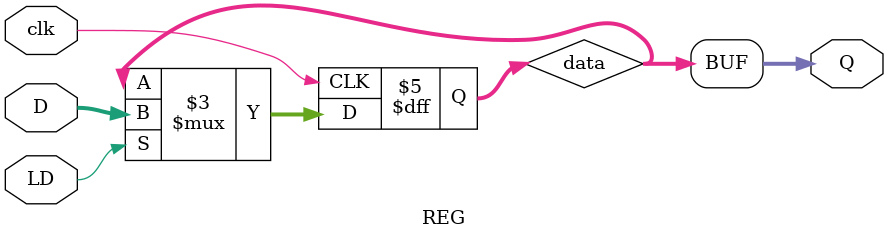
<source format=v>
module REG ( 
    input [31:0] D, 
    input LD, clk, 
    output [31:0] Q 
); 

reg [31:0] data; 

always @ (posedge clk) begin 
    if(LD) data <= D; 
    else data = data; 
end 

assign Q = data; 

endmodule 

</source>
